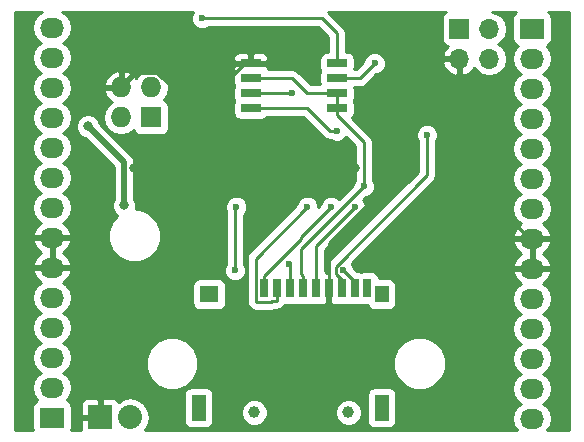
<source format=gbr>
G04 #@! TF.FileFunction,Copper,L2,Bot,Signal*
%FSLAX46Y46*%
G04 Gerber Fmt 4.6, Leading zero omitted, Abs format (unit mm)*
G04 Created by KiCad (PCBNEW 4.0.7+dfsg1-1) date Fri Mar  2 20:24:02 2018*
%MOMM*%
%LPD*%
G01*
G04 APERTURE LIST*
%ADD10C,0.100000*%
%ADD11R,2.032000X1.727200*%
%ADD12O,2.032000X1.727200*%
%ADD13R,0.700000X1.600000*%
%ADD14R,1.200000X1.400000*%
%ADD15R,1.600000X1.400000*%
%ADD16R,1.200000X2.200000*%
%ADD17C,1.000000*%
%ADD18R,2.032000X2.032000*%
%ADD19O,2.032000X2.032000*%
%ADD20R,1.727200X1.727200*%
%ADD21O,1.727200X1.727200*%
%ADD22R,1.700000X1.700000*%
%ADD23O,1.700000X1.700000*%
%ADD24R,1.700000X0.650000*%
%ADD25C,0.600000*%
%ADD26C,0.800000*%
%ADD27C,0.250000*%
%ADD28C,0.500000*%
%ADD29C,0.200000*%
%ADD30C,0.254000*%
G04 APERTURE END LIST*
D10*
D11*
X176530000Y-105000000D03*
D12*
X176530000Y-107540000D03*
X176530000Y-110080000D03*
X176530000Y-112620000D03*
X176530000Y-115160000D03*
X176530000Y-117700000D03*
X176530000Y-120240000D03*
X176530000Y-122780000D03*
X176530000Y-125320000D03*
X176530000Y-127860000D03*
X176530000Y-130400000D03*
X176530000Y-132940000D03*
X176530000Y-135480000D03*
X176530000Y-138020000D03*
D11*
X135890000Y-137940000D03*
D12*
X135890000Y-135400000D03*
X135890000Y-132860000D03*
X135890000Y-130320000D03*
X135890000Y-127780000D03*
X135890000Y-125240000D03*
X135890000Y-122700000D03*
X135890000Y-120160000D03*
X135890000Y-117620000D03*
X135890000Y-115080000D03*
X135890000Y-112540000D03*
X135890000Y-110000000D03*
X135890000Y-107460000D03*
X135890000Y-104920000D03*
D13*
X153800000Y-127000000D03*
X154900000Y-127000000D03*
X156000000Y-127000000D03*
X157100000Y-127000000D03*
X158200000Y-127000000D03*
X159300000Y-127000000D03*
X160400000Y-127000000D03*
X161500000Y-127000000D03*
X162600000Y-127000000D03*
D14*
X163800000Y-127500000D03*
D15*
X149200000Y-127500000D03*
D16*
X163800000Y-137100000D03*
X148300000Y-137100000D03*
D17*
X160980000Y-137500000D03*
X153000000Y-137500000D03*
D18*
X139954000Y-137922000D03*
D19*
X142494000Y-137922000D03*
D20*
X144272000Y-112522000D03*
D21*
X141732000Y-112522000D03*
X144272000Y-109982000D03*
X141732000Y-109982000D03*
D22*
X170370500Y-105029000D03*
D23*
X172910500Y-105029000D03*
X170370500Y-107569000D03*
X172910500Y-107569000D03*
D24*
X152720000Y-111760000D03*
X152720000Y-110490000D03*
X152720000Y-109220000D03*
X152720000Y-107950000D03*
X160020000Y-107950000D03*
X160020000Y-109220000D03*
X160020000Y-110490000D03*
X160020000Y-111760000D03*
D25*
X160528000Y-125476000D03*
X151501100Y-120100000D03*
X151384000Y-125476000D03*
X155956000Y-124968000D03*
X148590000Y-104140000D03*
X163195000Y-107950000D03*
X156210000Y-110490000D03*
X160020000Y-113665000D03*
X167640000Y-114000000D03*
X161501100Y-120100000D03*
X159501100Y-120100000D03*
X157501100Y-120100000D03*
D26*
X141986000Y-119979998D03*
X138938000Y-113284000D03*
D25*
X162305098Y-118364000D03*
D26*
X142836010Y-116840000D03*
D25*
X159512000Y-129286000D03*
X164501100Y-118000000D03*
D26*
X161544000Y-116840000D03*
D27*
X161500000Y-127000000D02*
X161500000Y-126448000D01*
X161500000Y-126448000D02*
X160528000Y-125476000D01*
X151384000Y-125476000D02*
X151384000Y-120217100D01*
X151384000Y-120217100D02*
X151501100Y-120100000D01*
X156000000Y-127000000D02*
X156000000Y-125012000D01*
X156000000Y-125012000D02*
X155956000Y-124968000D01*
X160020000Y-105410000D02*
X158750000Y-104140000D01*
X158750000Y-104140000D02*
X148590000Y-104140000D01*
X160020000Y-107950000D02*
X160020000Y-105410000D01*
X160020000Y-109220000D02*
X161925000Y-109220000D01*
X161925000Y-109220000D02*
X163195000Y-107950000D01*
X152720000Y-110490000D02*
X156210000Y-110490000D01*
X157480000Y-111760000D02*
X159385000Y-113665000D01*
X159385000Y-113665000D02*
X160020000Y-113665000D01*
X152720000Y-111760000D02*
X157480000Y-111760000D01*
X167640000Y-114424264D02*
X167640000Y-114000000D01*
X167640000Y-117438996D02*
X167640000Y-114424264D01*
X159902998Y-125175998D02*
X167640000Y-117438996D01*
X159902998Y-125776002D02*
X159902998Y-125175998D01*
X160400000Y-126273004D02*
X159902998Y-125776002D01*
X160400000Y-127000000D02*
X160400000Y-126273004D01*
X158200000Y-127000000D02*
X158200000Y-123401100D01*
X158200000Y-123401100D02*
X161501100Y-120100000D01*
X156931010Y-122818990D02*
X156931010Y-122670090D01*
X156931010Y-122670090D02*
X159501100Y-120100000D01*
X153800000Y-127000000D02*
X153800000Y-125950000D01*
X153800000Y-125950000D02*
X156931010Y-122818990D01*
X154900000Y-127000000D02*
X154900000Y-128050000D01*
X153124999Y-124476101D02*
X157501100Y-120100000D01*
X154900000Y-128050000D02*
X154889999Y-128060001D01*
X154889999Y-128060001D02*
X154475001Y-128060001D01*
X154475001Y-128060001D02*
X154410001Y-128125001D01*
X154410001Y-128125001D02*
X153189999Y-128125001D01*
X153189999Y-128125001D02*
X153124999Y-128060001D01*
X153124999Y-128060001D02*
X153124999Y-124476101D01*
X160020000Y-111760000D02*
X160020000Y-112335000D01*
X160020000Y-112335000D02*
X162305098Y-114620098D01*
X162305098Y-114620098D02*
X162305098Y-117939736D01*
X162305098Y-117939736D02*
X162305098Y-118364000D01*
X160020000Y-110490000D02*
X160020000Y-111760000D01*
X157480000Y-110490000D02*
X156210000Y-109220000D01*
X156210000Y-109220000D02*
X152720000Y-109220000D01*
X160020000Y-110490000D02*
X157480000Y-110490000D01*
D28*
X141986000Y-116332000D02*
X141986000Y-119979998D01*
X138938000Y-113284000D02*
X141986000Y-116332000D01*
D27*
X156972000Y-125822000D02*
X156972000Y-123697098D01*
X156972000Y-123697098D02*
X162305098Y-118364000D01*
X157100000Y-127000000D02*
X157100000Y-125950000D01*
X157100000Y-125950000D02*
X156972000Y-125822000D01*
X170370500Y-107569000D02*
X170370500Y-116772900D01*
X170370500Y-116772900D02*
X176377600Y-122780000D01*
X176377600Y-122780000D02*
X176530000Y-122780000D01*
D28*
X147066000Y-116840000D02*
X151130000Y-116840000D01*
X151130000Y-116840000D02*
X161544000Y-116840000D01*
D27*
X152720000Y-107950000D02*
X152195000Y-107950000D01*
X152195000Y-107950000D02*
X151130000Y-109015000D01*
X151130000Y-109015000D02*
X151130000Y-116840000D01*
D28*
X143401695Y-116840000D02*
X142836010Y-116840000D01*
X147066000Y-116840000D02*
X143401695Y-116840000D01*
X141732000Y-109982000D02*
X143045601Y-108668399D01*
X143045601Y-108668399D02*
X144902529Y-108668399D01*
X144902529Y-108668399D02*
X147066000Y-110831870D01*
X147066000Y-110831870D02*
X147066000Y-116840000D01*
D29*
X159258000Y-128042000D02*
X159258000Y-129032000D01*
X159258000Y-129032000D02*
X159512000Y-129286000D01*
X159300000Y-127000000D02*
X159300000Y-128000000D01*
X159300000Y-128000000D02*
X159258000Y-128042000D01*
D27*
X159300000Y-127000000D02*
X159300000Y-123201100D01*
X159300000Y-123201100D02*
X164501100Y-118000000D01*
D30*
G36*
X134645585Y-103860330D02*
X134320729Y-104346511D01*
X134206655Y-104920000D01*
X134320729Y-105493489D01*
X134645585Y-105979670D01*
X134960366Y-106190000D01*
X134645585Y-106400330D01*
X134320729Y-106886511D01*
X134206655Y-107460000D01*
X134320729Y-108033489D01*
X134645585Y-108519670D01*
X134960366Y-108730000D01*
X134645585Y-108940330D01*
X134320729Y-109426511D01*
X134206655Y-110000000D01*
X134320729Y-110573489D01*
X134645585Y-111059670D01*
X134960366Y-111270000D01*
X134645585Y-111480330D01*
X134320729Y-111966511D01*
X134206655Y-112540000D01*
X134320729Y-113113489D01*
X134645585Y-113599670D01*
X134960366Y-113810000D01*
X134645585Y-114020330D01*
X134320729Y-114506511D01*
X134206655Y-115080000D01*
X134320729Y-115653489D01*
X134645585Y-116139670D01*
X134960366Y-116350000D01*
X134645585Y-116560330D01*
X134320729Y-117046511D01*
X134206655Y-117620000D01*
X134320729Y-118193489D01*
X134645585Y-118679670D01*
X134960366Y-118890000D01*
X134645585Y-119100330D01*
X134320729Y-119586511D01*
X134206655Y-120160000D01*
X134320729Y-120733489D01*
X134645585Y-121219670D01*
X134955069Y-121426461D01*
X134539268Y-121797964D01*
X134285291Y-122325209D01*
X134282642Y-122340974D01*
X134403783Y-122573000D01*
X135763000Y-122573000D01*
X135763000Y-122553000D01*
X136017000Y-122553000D01*
X136017000Y-122573000D01*
X137376217Y-122573000D01*
X137497358Y-122340974D01*
X137494709Y-122325209D01*
X137240732Y-121797964D01*
X136824931Y-121426461D01*
X137134415Y-121219670D01*
X137459271Y-120733489D01*
X137573345Y-120160000D01*
X137459271Y-119586511D01*
X137134415Y-119100330D01*
X136819634Y-118890000D01*
X137134415Y-118679670D01*
X137459271Y-118193489D01*
X137573345Y-117620000D01*
X137459271Y-117046511D01*
X137134415Y-116560330D01*
X136819634Y-116350000D01*
X137134415Y-116139670D01*
X137459271Y-115653489D01*
X137573345Y-115080000D01*
X137459271Y-114506511D01*
X137134415Y-114020330D01*
X136819634Y-113810000D01*
X137134415Y-113599670D01*
X137208381Y-113488971D01*
X137902821Y-113488971D01*
X138060058Y-113869515D01*
X138350954Y-114160919D01*
X138714151Y-114311731D01*
X141101000Y-116698579D01*
X141101000Y-119412413D01*
X140951180Y-119773221D01*
X140950821Y-120184969D01*
X141108058Y-120565513D01*
X141398954Y-120856917D01*
X141408535Y-120860895D01*
X140981364Y-121287321D01*
X140640389Y-122108481D01*
X140639613Y-122997619D01*
X140979155Y-123819372D01*
X141607321Y-124448636D01*
X142428481Y-124789611D01*
X143317619Y-124790387D01*
X144139372Y-124450845D01*
X144768636Y-123822679D01*
X145109611Y-123001519D01*
X145110387Y-122112381D01*
X144770845Y-121290628D01*
X144142679Y-120661364D01*
X143321519Y-120320389D01*
X142965468Y-120320078D01*
X143020820Y-120186775D01*
X143021179Y-119775027D01*
X142871000Y-119411565D01*
X142871000Y-116332005D01*
X142871001Y-116332000D01*
X142803633Y-115993326D01*
X142803633Y-115993325D01*
X142611790Y-115706210D01*
X142611787Y-115706208D01*
X139965131Y-113059551D01*
X139815942Y-112698485D01*
X139639765Y-112522000D01*
X140204041Y-112522000D01*
X140318115Y-113095489D01*
X140642971Y-113581670D01*
X141129152Y-113906526D01*
X141702641Y-114020600D01*
X141761359Y-114020600D01*
X142334848Y-113906526D01*
X142800442Y-113595426D01*
X142805238Y-113620917D01*
X142944310Y-113837041D01*
X143156510Y-113982031D01*
X143408400Y-114033040D01*
X145135600Y-114033040D01*
X145370917Y-113988762D01*
X145587041Y-113849690D01*
X145732031Y-113637490D01*
X145783040Y-113385600D01*
X145783040Y-111658400D01*
X145738762Y-111423083D01*
X145599690Y-111206959D01*
X145387490Y-111061969D01*
X145343869Y-111053136D01*
X145361029Y-111041670D01*
X145685885Y-110555489D01*
X145799959Y-109982000D01*
X145685885Y-109408511D01*
X145361029Y-108922330D01*
X144874848Y-108597474D01*
X144301359Y-108483400D01*
X144242641Y-108483400D01*
X143669152Y-108597474D01*
X143182971Y-108922330D01*
X143002008Y-109193161D01*
X142620490Y-108775179D01*
X142091027Y-108527032D01*
X141859000Y-108647531D01*
X141859000Y-109855000D01*
X141879000Y-109855000D01*
X141879000Y-110109000D01*
X141859000Y-110109000D01*
X141859000Y-110129000D01*
X141605000Y-110129000D01*
X141605000Y-110109000D01*
X140398183Y-110109000D01*
X140277042Y-110341026D01*
X140449312Y-110756947D01*
X140843510Y-111188821D01*
X140966228Y-111246336D01*
X140642971Y-111462330D01*
X140318115Y-111948511D01*
X140204041Y-112522000D01*
X139639765Y-112522000D01*
X139525046Y-112407081D01*
X139144777Y-112249180D01*
X138733029Y-112248821D01*
X138352485Y-112406058D01*
X138061081Y-112696954D01*
X137903180Y-113077223D01*
X137902821Y-113488971D01*
X137208381Y-113488971D01*
X137459271Y-113113489D01*
X137573345Y-112540000D01*
X137459271Y-111966511D01*
X137134415Y-111480330D01*
X136819634Y-111270000D01*
X137134415Y-111059670D01*
X137459271Y-110573489D01*
X137573345Y-110000000D01*
X137498350Y-109622974D01*
X140277042Y-109622974D01*
X140398183Y-109855000D01*
X141605000Y-109855000D01*
X141605000Y-108647531D01*
X141372973Y-108527032D01*
X140843510Y-108775179D01*
X140449312Y-109207053D01*
X140277042Y-109622974D01*
X137498350Y-109622974D01*
X137459271Y-109426511D01*
X137134415Y-108940330D01*
X136819634Y-108730000D01*
X137134415Y-108519670D01*
X137459271Y-108033489D01*
X137565649Y-107498690D01*
X151235000Y-107498690D01*
X151235000Y-107664250D01*
X151393750Y-107823000D01*
X152593000Y-107823000D01*
X152593000Y-107148750D01*
X152847000Y-107148750D01*
X152847000Y-107823000D01*
X154046250Y-107823000D01*
X154205000Y-107664250D01*
X154205000Y-107498690D01*
X154108327Y-107265301D01*
X153929698Y-107086673D01*
X153696309Y-106990000D01*
X153005750Y-106990000D01*
X152847000Y-107148750D01*
X152593000Y-107148750D01*
X152434250Y-106990000D01*
X151743691Y-106990000D01*
X151510302Y-107086673D01*
X151331673Y-107265301D01*
X151235000Y-107498690D01*
X137565649Y-107498690D01*
X137573345Y-107460000D01*
X137459271Y-106886511D01*
X137134415Y-106400330D01*
X136819634Y-106190000D01*
X137134415Y-105979670D01*
X137459271Y-105493489D01*
X137573345Y-104920000D01*
X137459271Y-104346511D01*
X137134415Y-103860330D01*
X136714872Y-103580000D01*
X147827533Y-103580000D01*
X147797808Y-103609673D01*
X147655162Y-103953201D01*
X147654838Y-104325167D01*
X147796883Y-104668943D01*
X148059673Y-104932192D01*
X148403201Y-105074838D01*
X148775167Y-105075162D01*
X149118943Y-104933117D01*
X149152118Y-104900000D01*
X158435198Y-104900000D01*
X159260000Y-105724802D01*
X159260000Y-106977560D01*
X159170000Y-106977560D01*
X158934683Y-107021838D01*
X158718559Y-107160910D01*
X158573569Y-107373110D01*
X158522560Y-107625000D01*
X158522560Y-108275000D01*
X158566838Y-108510317D01*
X158614109Y-108583778D01*
X158573569Y-108643110D01*
X158522560Y-108895000D01*
X158522560Y-109545000D01*
X158557370Y-109730000D01*
X157794802Y-109730000D01*
X156747401Y-108682599D01*
X156500839Y-108517852D01*
X156210000Y-108460000D01*
X154180690Y-108460000D01*
X154205000Y-108401310D01*
X154205000Y-108235750D01*
X154046250Y-108077000D01*
X152847000Y-108077000D01*
X152847000Y-108097000D01*
X152593000Y-108097000D01*
X152593000Y-108077000D01*
X151393750Y-108077000D01*
X151235000Y-108235750D01*
X151235000Y-108401310D01*
X151311912Y-108586993D01*
X151273569Y-108643110D01*
X151222560Y-108895000D01*
X151222560Y-109545000D01*
X151266838Y-109780317D01*
X151314109Y-109853778D01*
X151273569Y-109913110D01*
X151222560Y-110165000D01*
X151222560Y-110815000D01*
X151266838Y-111050317D01*
X151314109Y-111123778D01*
X151273569Y-111183110D01*
X151222560Y-111435000D01*
X151222560Y-112085000D01*
X151266838Y-112320317D01*
X151405910Y-112536441D01*
X151618110Y-112681431D01*
X151870000Y-112732440D01*
X153570000Y-112732440D01*
X153805317Y-112688162D01*
X154021441Y-112549090D01*
X154041317Y-112520000D01*
X157165198Y-112520000D01*
X158847599Y-114202401D01*
X159094161Y-114367148D01*
X159385000Y-114425000D01*
X159457537Y-114425000D01*
X159489673Y-114457192D01*
X159833201Y-114599838D01*
X160205167Y-114600162D01*
X160548943Y-114458117D01*
X160808856Y-114198658D01*
X161545098Y-114934900D01*
X161545098Y-117801537D01*
X161512906Y-117833673D01*
X161370260Y-118177201D01*
X161370219Y-118224077D01*
X160158846Y-119435450D01*
X160031427Y-119307808D01*
X159687899Y-119165162D01*
X159315933Y-119164838D01*
X158972157Y-119306883D01*
X158708908Y-119569673D01*
X158566262Y-119913201D01*
X158566221Y-119960077D01*
X158436109Y-120090189D01*
X158436262Y-119914833D01*
X158294217Y-119571057D01*
X158031427Y-119307808D01*
X157687899Y-119165162D01*
X157315933Y-119164838D01*
X156972157Y-119306883D01*
X156708908Y-119569673D01*
X156566262Y-119913201D01*
X156566221Y-119960077D01*
X152587598Y-123938700D01*
X152422851Y-124185262D01*
X152364999Y-124476101D01*
X152364999Y-128060001D01*
X152422851Y-128350840D01*
X152587598Y-128597402D01*
X152652598Y-128662402D01*
X152899160Y-128827149D01*
X153189999Y-128885001D01*
X154410001Y-128885001D01*
X154700840Y-128827149D01*
X154711538Y-128820001D01*
X154889999Y-128820001D01*
X155180838Y-128762149D01*
X155427400Y-128597402D01*
X155437401Y-128587401D01*
X155545112Y-128426200D01*
X155650000Y-128447440D01*
X156350000Y-128447440D01*
X156557342Y-128408426D01*
X156750000Y-128447440D01*
X157450000Y-128447440D01*
X157657342Y-128408426D01*
X157850000Y-128447440D01*
X158550000Y-128447440D01*
X158758850Y-128408142D01*
X158823691Y-128435000D01*
X159014250Y-128435000D01*
X159173000Y-128276250D01*
X159173000Y-127920688D01*
X159197440Y-127800000D01*
X159197440Y-126853000D01*
X159402560Y-126853000D01*
X159402560Y-127800000D01*
X159427000Y-127929887D01*
X159427000Y-128276250D01*
X159585750Y-128435000D01*
X159776309Y-128435000D01*
X159846007Y-128406130D01*
X160050000Y-128447440D01*
X160750000Y-128447440D01*
X160957342Y-128408426D01*
X161150000Y-128447440D01*
X161850000Y-128447440D01*
X162057342Y-128408426D01*
X162250000Y-128447440D01*
X162604639Y-128447440D01*
X162735910Y-128651441D01*
X162948110Y-128796431D01*
X163200000Y-128847440D01*
X164400000Y-128847440D01*
X164635317Y-128803162D01*
X164851441Y-128664090D01*
X164996431Y-128451890D01*
X165047440Y-128200000D01*
X165047440Y-126800000D01*
X165003162Y-126564683D01*
X164864090Y-126348559D01*
X164651890Y-126203569D01*
X164400000Y-126152560D01*
X163588514Y-126152560D01*
X163553162Y-125964683D01*
X163414090Y-125748559D01*
X163201890Y-125603569D01*
X162950000Y-125552560D01*
X162250000Y-125552560D01*
X162042658Y-125591574D01*
X161850000Y-125552560D01*
X161679362Y-125552560D01*
X161463122Y-125336320D01*
X161463162Y-125290833D01*
X161321117Y-124947057D01*
X161263979Y-124889819D01*
X163014772Y-123139026D01*
X174922642Y-123139026D01*
X174925291Y-123154791D01*
X175179268Y-123682036D01*
X175591108Y-124050000D01*
X175179268Y-124417964D01*
X174925291Y-124945209D01*
X174922642Y-124960974D01*
X175043783Y-125193000D01*
X176403000Y-125193000D01*
X176403000Y-122907000D01*
X176657000Y-122907000D01*
X176657000Y-125193000D01*
X178016217Y-125193000D01*
X178137358Y-124960974D01*
X178134709Y-124945209D01*
X177880732Y-124417964D01*
X177468892Y-124050000D01*
X177880732Y-123682036D01*
X178134709Y-123154791D01*
X178137358Y-123139026D01*
X178016217Y-122907000D01*
X176657000Y-122907000D01*
X176403000Y-122907000D01*
X175043783Y-122907000D01*
X174922642Y-123139026D01*
X163014772Y-123139026D01*
X168177401Y-117976397D01*
X168342148Y-117729835D01*
X168400000Y-117438996D01*
X168400000Y-114562463D01*
X168432192Y-114530327D01*
X168574838Y-114186799D01*
X168575162Y-113814833D01*
X168433117Y-113471057D01*
X168170327Y-113207808D01*
X167826799Y-113065162D01*
X167454833Y-113064838D01*
X167111057Y-113206883D01*
X166847808Y-113469673D01*
X166705162Y-113813201D01*
X166704838Y-114185167D01*
X166846883Y-114528943D01*
X166880000Y-114562118D01*
X166880000Y-117124194D01*
X159365597Y-124638597D01*
X159200850Y-124885159D01*
X159142998Y-125175998D01*
X159142998Y-125693748D01*
X159014250Y-125565000D01*
X158960000Y-125565000D01*
X158960000Y-123715902D01*
X161640780Y-121035122D01*
X161686267Y-121035162D01*
X162030043Y-120893117D01*
X162293292Y-120630327D01*
X162435938Y-120286799D01*
X162436262Y-119914833D01*
X162294217Y-119571057D01*
X162233583Y-119510317D01*
X162444778Y-119299122D01*
X162490265Y-119299162D01*
X162834041Y-119157117D01*
X163097290Y-118894327D01*
X163239936Y-118550799D01*
X163240260Y-118178833D01*
X163098215Y-117835057D01*
X163065098Y-117801882D01*
X163065098Y-114620098D01*
X163007246Y-114329259D01*
X162842499Y-114082697D01*
X161313805Y-112554003D01*
X161321441Y-112549090D01*
X161466431Y-112336890D01*
X161517440Y-112085000D01*
X161517440Y-111435000D01*
X161473162Y-111199683D01*
X161425891Y-111126222D01*
X161466431Y-111066890D01*
X161517440Y-110815000D01*
X161517440Y-110165000D01*
X161482630Y-109980000D01*
X161925000Y-109980000D01*
X162215839Y-109922148D01*
X162462401Y-109757401D01*
X163334680Y-108885122D01*
X163380167Y-108885162D01*
X163723943Y-108743117D01*
X163987192Y-108480327D01*
X164129838Y-108136799D01*
X164130021Y-107925890D01*
X168929024Y-107925890D01*
X169098855Y-108335924D01*
X169489142Y-108764183D01*
X170013608Y-109010486D01*
X170243500Y-108889819D01*
X170243500Y-107696000D01*
X169050345Y-107696000D01*
X168929024Y-107925890D01*
X164130021Y-107925890D01*
X164130162Y-107764833D01*
X163988117Y-107421057D01*
X163725327Y-107157808D01*
X163381799Y-107015162D01*
X163009833Y-107014838D01*
X162666057Y-107156883D01*
X162402808Y-107419673D01*
X162260162Y-107763201D01*
X162260121Y-107810077D01*
X161610198Y-108460000D01*
X161479977Y-108460000D01*
X161517440Y-108275000D01*
X161517440Y-107625000D01*
X161473162Y-107389683D01*
X161334090Y-107173559D01*
X161121890Y-107028569D01*
X160870000Y-106977560D01*
X160780000Y-106977560D01*
X160780000Y-105410000D01*
X160722148Y-105119161D01*
X160722148Y-105119160D01*
X160557401Y-104872599D01*
X159287401Y-103602599D01*
X159253579Y-103580000D01*
X169278715Y-103580000D01*
X169069059Y-103714910D01*
X168924069Y-103927110D01*
X168873060Y-104179000D01*
X168873060Y-105879000D01*
X168917338Y-106114317D01*
X169056410Y-106330441D01*
X169268610Y-106475431D01*
X169376607Y-106497301D01*
X169098855Y-106802076D01*
X168929024Y-107212110D01*
X169050345Y-107442000D01*
X170243500Y-107442000D01*
X170243500Y-107422000D01*
X170497500Y-107422000D01*
X170497500Y-107442000D01*
X170517500Y-107442000D01*
X170517500Y-107696000D01*
X170497500Y-107696000D01*
X170497500Y-108889819D01*
X170727392Y-109010486D01*
X171251858Y-108764183D01*
X171642145Y-108335924D01*
X171642155Y-108335899D01*
X171831353Y-108619054D01*
X172313122Y-108940961D01*
X172881407Y-109054000D01*
X172939593Y-109054000D01*
X173507878Y-108940961D01*
X173989647Y-108619054D01*
X174311554Y-108137285D01*
X174424593Y-107569000D01*
X174311554Y-107000715D01*
X173989647Y-106518946D01*
X173660474Y-106299000D01*
X173989647Y-106079054D01*
X174311554Y-105597285D01*
X174424593Y-105029000D01*
X174311554Y-104460715D01*
X173989647Y-103978946D01*
X173507878Y-103657039D01*
X173120577Y-103580000D01*
X175206013Y-103580000D01*
X175062559Y-103672310D01*
X174917569Y-103884510D01*
X174866560Y-104136400D01*
X174866560Y-105863600D01*
X174910838Y-106098917D01*
X175049910Y-106315041D01*
X175262110Y-106460031D01*
X175303439Y-106468400D01*
X175285585Y-106480330D01*
X174960729Y-106966511D01*
X174846655Y-107540000D01*
X174960729Y-108113489D01*
X175285585Y-108599670D01*
X175600366Y-108810000D01*
X175285585Y-109020330D01*
X174960729Y-109506511D01*
X174846655Y-110080000D01*
X174960729Y-110653489D01*
X175285585Y-111139670D01*
X175600366Y-111350000D01*
X175285585Y-111560330D01*
X174960729Y-112046511D01*
X174846655Y-112620000D01*
X174960729Y-113193489D01*
X175285585Y-113679670D01*
X175600366Y-113890000D01*
X175285585Y-114100330D01*
X174960729Y-114586511D01*
X174846655Y-115160000D01*
X174960729Y-115733489D01*
X175285585Y-116219670D01*
X175600366Y-116430000D01*
X175285585Y-116640330D01*
X174960729Y-117126511D01*
X174846655Y-117700000D01*
X174960729Y-118273489D01*
X175285585Y-118759670D01*
X175600366Y-118970000D01*
X175285585Y-119180330D01*
X174960729Y-119666511D01*
X174846655Y-120240000D01*
X174960729Y-120813489D01*
X175285585Y-121299670D01*
X175595069Y-121506461D01*
X175179268Y-121877964D01*
X174925291Y-122405209D01*
X174922642Y-122420974D01*
X175043783Y-122653000D01*
X176403000Y-122653000D01*
X176403000Y-122633000D01*
X176657000Y-122633000D01*
X176657000Y-122653000D01*
X178016217Y-122653000D01*
X178137358Y-122420974D01*
X178134709Y-122405209D01*
X177880732Y-121877964D01*
X177464931Y-121506461D01*
X177774415Y-121299670D01*
X178099271Y-120813489D01*
X178213345Y-120240000D01*
X178099271Y-119666511D01*
X177774415Y-119180330D01*
X177459634Y-118970000D01*
X177774415Y-118759670D01*
X178099271Y-118273489D01*
X178213345Y-117700000D01*
X178099271Y-117126511D01*
X177774415Y-116640330D01*
X177459634Y-116430000D01*
X177774415Y-116219670D01*
X178099271Y-115733489D01*
X178213345Y-115160000D01*
X178099271Y-114586511D01*
X177774415Y-114100330D01*
X177459634Y-113890000D01*
X177774415Y-113679670D01*
X178099271Y-113193489D01*
X178213345Y-112620000D01*
X178099271Y-112046511D01*
X177774415Y-111560330D01*
X177459634Y-111350000D01*
X177774415Y-111139670D01*
X178099271Y-110653489D01*
X178213345Y-110080000D01*
X178099271Y-109506511D01*
X177774415Y-109020330D01*
X177459634Y-108810000D01*
X177774415Y-108599670D01*
X178099271Y-108113489D01*
X178213345Y-107540000D01*
X178099271Y-106966511D01*
X177774415Y-106480330D01*
X177760087Y-106470757D01*
X177781317Y-106466762D01*
X177997441Y-106327690D01*
X178142431Y-106115490D01*
X178193440Y-105863600D01*
X178193440Y-104136400D01*
X178149162Y-103901083D01*
X178010090Y-103684959D01*
X177856477Y-103580000D01*
X179630000Y-103580000D01*
X179630000Y-138990000D01*
X177834331Y-138990000D01*
X178099271Y-138593489D01*
X178213345Y-138020000D01*
X178099271Y-137446511D01*
X177774415Y-136960330D01*
X177459634Y-136750000D01*
X177774415Y-136539670D01*
X178099271Y-136053489D01*
X178213345Y-135480000D01*
X178099271Y-134906511D01*
X177774415Y-134420330D01*
X177459634Y-134210000D01*
X177774415Y-133999670D01*
X178099271Y-133513489D01*
X178213345Y-132940000D01*
X178099271Y-132366511D01*
X177774415Y-131880330D01*
X177459634Y-131670000D01*
X177774415Y-131459670D01*
X178099271Y-130973489D01*
X178213345Y-130400000D01*
X178099271Y-129826511D01*
X177774415Y-129340330D01*
X177459634Y-129130000D01*
X177774415Y-128919670D01*
X178099271Y-128433489D01*
X178213345Y-127860000D01*
X178099271Y-127286511D01*
X177774415Y-126800330D01*
X177464931Y-126593539D01*
X177880732Y-126222036D01*
X178134709Y-125694791D01*
X178137358Y-125679026D01*
X178016217Y-125447000D01*
X176657000Y-125447000D01*
X176657000Y-125467000D01*
X176403000Y-125467000D01*
X176403000Y-125447000D01*
X175043783Y-125447000D01*
X174922642Y-125679026D01*
X174925291Y-125694791D01*
X175179268Y-126222036D01*
X175595069Y-126593539D01*
X175285585Y-126800330D01*
X174960729Y-127286511D01*
X174846655Y-127860000D01*
X174960729Y-128433489D01*
X175285585Y-128919670D01*
X175600366Y-129130000D01*
X175285585Y-129340330D01*
X174960729Y-129826511D01*
X174846655Y-130400000D01*
X174960729Y-130973489D01*
X175285585Y-131459670D01*
X175600366Y-131670000D01*
X175285585Y-131880330D01*
X174960729Y-132366511D01*
X174846655Y-132940000D01*
X174960729Y-133513489D01*
X175285585Y-133999670D01*
X175600366Y-134210000D01*
X175285585Y-134420330D01*
X174960729Y-134906511D01*
X174846655Y-135480000D01*
X174960729Y-136053489D01*
X175285585Y-136539670D01*
X175600366Y-136750000D01*
X175285585Y-136960330D01*
X174960729Y-137446511D01*
X174846655Y-138020000D01*
X174960729Y-138593489D01*
X175225669Y-138990000D01*
X143749484Y-138990000D01*
X144019325Y-138586155D01*
X144145000Y-137954345D01*
X144145000Y-137889655D01*
X144019325Y-137257845D01*
X143661433Y-136722222D01*
X143125810Y-136364330D01*
X142494000Y-136238655D01*
X141862190Y-136364330D01*
X141525999Y-136588966D01*
X141508327Y-136546302D01*
X141329699Y-136367673D01*
X141096310Y-136271000D01*
X140239750Y-136271000D01*
X140081000Y-136429750D01*
X140081000Y-137795000D01*
X140101000Y-137795000D01*
X140101000Y-138049000D01*
X140081000Y-138049000D01*
X140081000Y-138069000D01*
X139827000Y-138069000D01*
X139827000Y-138049000D01*
X138461750Y-138049000D01*
X138303000Y-138207750D01*
X138303000Y-138990000D01*
X137515693Y-138990000D01*
X137553440Y-138803600D01*
X137553440Y-137076400D01*
X137509162Y-136841083D01*
X137469658Y-136779691D01*
X138303000Y-136779691D01*
X138303000Y-137636250D01*
X138461750Y-137795000D01*
X139827000Y-137795000D01*
X139827000Y-136429750D01*
X139668250Y-136271000D01*
X138811690Y-136271000D01*
X138578301Y-136367673D01*
X138399673Y-136546302D01*
X138303000Y-136779691D01*
X137469658Y-136779691D01*
X137370090Y-136624959D01*
X137157890Y-136479969D01*
X137116561Y-136471600D01*
X137134415Y-136459670D01*
X137441556Y-136000000D01*
X147052560Y-136000000D01*
X147052560Y-138200000D01*
X147096838Y-138435317D01*
X147235910Y-138651441D01*
X147448110Y-138796431D01*
X147700000Y-138847440D01*
X148900000Y-138847440D01*
X149135317Y-138803162D01*
X149351441Y-138664090D01*
X149496431Y-138451890D01*
X149547440Y-138200000D01*
X149547440Y-137724775D01*
X151864803Y-137724775D01*
X152037233Y-138142086D01*
X152356235Y-138461645D01*
X152773244Y-138634803D01*
X153224775Y-138635197D01*
X153642086Y-138462767D01*
X153961645Y-138143765D01*
X154134803Y-137726756D01*
X154134804Y-137724775D01*
X159844803Y-137724775D01*
X160017233Y-138142086D01*
X160336235Y-138461645D01*
X160753244Y-138634803D01*
X161204775Y-138635197D01*
X161622086Y-138462767D01*
X161941645Y-138143765D01*
X162114803Y-137726756D01*
X162115197Y-137275225D01*
X161942767Y-136857914D01*
X161623765Y-136538355D01*
X161206756Y-136365197D01*
X160755225Y-136364803D01*
X160337914Y-136537233D01*
X160018355Y-136856235D01*
X159845197Y-137273244D01*
X159844803Y-137724775D01*
X154134804Y-137724775D01*
X154135197Y-137275225D01*
X153962767Y-136857914D01*
X153643765Y-136538355D01*
X153226756Y-136365197D01*
X152775225Y-136364803D01*
X152357914Y-136537233D01*
X152038355Y-136856235D01*
X151865197Y-137273244D01*
X151864803Y-137724775D01*
X149547440Y-137724775D01*
X149547440Y-136000000D01*
X162552560Y-136000000D01*
X162552560Y-138200000D01*
X162596838Y-138435317D01*
X162735910Y-138651441D01*
X162948110Y-138796431D01*
X163200000Y-138847440D01*
X164400000Y-138847440D01*
X164635317Y-138803162D01*
X164851441Y-138664090D01*
X164996431Y-138451890D01*
X165047440Y-138200000D01*
X165047440Y-136000000D01*
X165003162Y-135764683D01*
X164864090Y-135548559D01*
X164651890Y-135403569D01*
X164400000Y-135352560D01*
X163200000Y-135352560D01*
X162964683Y-135396838D01*
X162748559Y-135535910D01*
X162603569Y-135748110D01*
X162552560Y-136000000D01*
X149547440Y-136000000D01*
X149503162Y-135764683D01*
X149364090Y-135548559D01*
X149151890Y-135403569D01*
X148900000Y-135352560D01*
X147700000Y-135352560D01*
X147464683Y-135396838D01*
X147248559Y-135535910D01*
X147103569Y-135748110D01*
X147052560Y-136000000D01*
X137441556Y-136000000D01*
X137459271Y-135973489D01*
X137573345Y-135400000D01*
X137459271Y-134826511D01*
X137134415Y-134340330D01*
X136819634Y-134130000D01*
X137134415Y-133919670D01*
X137219307Y-133792619D01*
X143814613Y-133792619D01*
X144154155Y-134614372D01*
X144782321Y-135243636D01*
X145603481Y-135584611D01*
X146492619Y-135585387D01*
X147314372Y-135245845D01*
X147943636Y-134617679D01*
X148284611Y-133796519D01*
X148284614Y-133792619D01*
X164769613Y-133792619D01*
X165109155Y-134614372D01*
X165737321Y-135243636D01*
X166558481Y-135584611D01*
X167447619Y-135585387D01*
X168269372Y-135245845D01*
X168898636Y-134617679D01*
X169239611Y-133796519D01*
X169240387Y-132907381D01*
X168900845Y-132085628D01*
X168272679Y-131456364D01*
X167451519Y-131115389D01*
X166562381Y-131114613D01*
X165740628Y-131454155D01*
X165111364Y-132082321D01*
X164770389Y-132903481D01*
X164769613Y-133792619D01*
X148284614Y-133792619D01*
X148285387Y-132907381D01*
X147945845Y-132085628D01*
X147317679Y-131456364D01*
X146496519Y-131115389D01*
X145607381Y-131114613D01*
X144785628Y-131454155D01*
X144156364Y-132082321D01*
X143815389Y-132903481D01*
X143814613Y-133792619D01*
X137219307Y-133792619D01*
X137459271Y-133433489D01*
X137573345Y-132860000D01*
X137459271Y-132286511D01*
X137134415Y-131800330D01*
X136819634Y-131590000D01*
X137134415Y-131379670D01*
X137459271Y-130893489D01*
X137573345Y-130320000D01*
X137459271Y-129746511D01*
X137134415Y-129260330D01*
X136819634Y-129050000D01*
X137134415Y-128839670D01*
X137459271Y-128353489D01*
X137573345Y-127780000D01*
X137459271Y-127206511D01*
X137187649Y-126800000D01*
X147752560Y-126800000D01*
X147752560Y-128200000D01*
X147796838Y-128435317D01*
X147935910Y-128651441D01*
X148148110Y-128796431D01*
X148400000Y-128847440D01*
X150000000Y-128847440D01*
X150235317Y-128803162D01*
X150451441Y-128664090D01*
X150596431Y-128451890D01*
X150647440Y-128200000D01*
X150647440Y-126800000D01*
X150603162Y-126564683D01*
X150464090Y-126348559D01*
X150251890Y-126203569D01*
X150000000Y-126152560D01*
X148400000Y-126152560D01*
X148164683Y-126196838D01*
X147948559Y-126335910D01*
X147803569Y-126548110D01*
X147752560Y-126800000D01*
X137187649Y-126800000D01*
X137134415Y-126720330D01*
X136824931Y-126513539D01*
X137240732Y-126142036D01*
X137472369Y-125661167D01*
X150448838Y-125661167D01*
X150590883Y-126004943D01*
X150853673Y-126268192D01*
X151197201Y-126410838D01*
X151569167Y-126411162D01*
X151912943Y-126269117D01*
X152176192Y-126006327D01*
X152318838Y-125662799D01*
X152319162Y-125290833D01*
X152177117Y-124947057D01*
X152144000Y-124913882D01*
X152144000Y-120779359D01*
X152293292Y-120630327D01*
X152435938Y-120286799D01*
X152436262Y-119914833D01*
X152294217Y-119571057D01*
X152031427Y-119307808D01*
X151687899Y-119165162D01*
X151315933Y-119164838D01*
X150972157Y-119306883D01*
X150708908Y-119569673D01*
X150566262Y-119913201D01*
X150565938Y-120285167D01*
X150624000Y-120425688D01*
X150624000Y-124913537D01*
X150591808Y-124945673D01*
X150449162Y-125289201D01*
X150448838Y-125661167D01*
X137472369Y-125661167D01*
X137494709Y-125614791D01*
X137497358Y-125599026D01*
X137376217Y-125367000D01*
X136017000Y-125367000D01*
X136017000Y-125387000D01*
X135763000Y-125387000D01*
X135763000Y-125367000D01*
X134403783Y-125367000D01*
X134282642Y-125599026D01*
X134285291Y-125614791D01*
X134539268Y-126142036D01*
X134955069Y-126513539D01*
X134645585Y-126720330D01*
X134320729Y-127206511D01*
X134206655Y-127780000D01*
X134320729Y-128353489D01*
X134645585Y-128839670D01*
X134960366Y-129050000D01*
X134645585Y-129260330D01*
X134320729Y-129746511D01*
X134206655Y-130320000D01*
X134320729Y-130893489D01*
X134645585Y-131379670D01*
X134960366Y-131590000D01*
X134645585Y-131800330D01*
X134320729Y-132286511D01*
X134206655Y-132860000D01*
X134320729Y-133433489D01*
X134645585Y-133919670D01*
X134960366Y-134130000D01*
X134645585Y-134340330D01*
X134320729Y-134826511D01*
X134206655Y-135400000D01*
X134320729Y-135973489D01*
X134645585Y-136459670D01*
X134659913Y-136469243D01*
X134638683Y-136473238D01*
X134422559Y-136612310D01*
X134277569Y-136824510D01*
X134226560Y-137076400D01*
X134226560Y-138803600D01*
X134261634Y-138990000D01*
X132790000Y-138990000D01*
X132790000Y-123059026D01*
X134282642Y-123059026D01*
X134285291Y-123074791D01*
X134539268Y-123602036D01*
X134951108Y-123970000D01*
X134539268Y-124337964D01*
X134285291Y-124865209D01*
X134282642Y-124880974D01*
X134403783Y-125113000D01*
X135763000Y-125113000D01*
X135763000Y-122827000D01*
X136017000Y-122827000D01*
X136017000Y-125113000D01*
X137376217Y-125113000D01*
X137497358Y-124880974D01*
X137494709Y-124865209D01*
X137240732Y-124337964D01*
X136828892Y-123970000D01*
X137240732Y-123602036D01*
X137494709Y-123074791D01*
X137497358Y-123059026D01*
X137376217Y-122827000D01*
X136017000Y-122827000D01*
X135763000Y-122827000D01*
X134403783Y-122827000D01*
X134282642Y-123059026D01*
X132790000Y-123059026D01*
X132790000Y-103580000D01*
X135065128Y-103580000D01*
X134645585Y-103860330D01*
X134645585Y-103860330D01*
G37*
X134645585Y-103860330D02*
X134320729Y-104346511D01*
X134206655Y-104920000D01*
X134320729Y-105493489D01*
X134645585Y-105979670D01*
X134960366Y-106190000D01*
X134645585Y-106400330D01*
X134320729Y-106886511D01*
X134206655Y-107460000D01*
X134320729Y-108033489D01*
X134645585Y-108519670D01*
X134960366Y-108730000D01*
X134645585Y-108940330D01*
X134320729Y-109426511D01*
X134206655Y-110000000D01*
X134320729Y-110573489D01*
X134645585Y-111059670D01*
X134960366Y-111270000D01*
X134645585Y-111480330D01*
X134320729Y-111966511D01*
X134206655Y-112540000D01*
X134320729Y-113113489D01*
X134645585Y-113599670D01*
X134960366Y-113810000D01*
X134645585Y-114020330D01*
X134320729Y-114506511D01*
X134206655Y-115080000D01*
X134320729Y-115653489D01*
X134645585Y-116139670D01*
X134960366Y-116350000D01*
X134645585Y-116560330D01*
X134320729Y-117046511D01*
X134206655Y-117620000D01*
X134320729Y-118193489D01*
X134645585Y-118679670D01*
X134960366Y-118890000D01*
X134645585Y-119100330D01*
X134320729Y-119586511D01*
X134206655Y-120160000D01*
X134320729Y-120733489D01*
X134645585Y-121219670D01*
X134955069Y-121426461D01*
X134539268Y-121797964D01*
X134285291Y-122325209D01*
X134282642Y-122340974D01*
X134403783Y-122573000D01*
X135763000Y-122573000D01*
X135763000Y-122553000D01*
X136017000Y-122553000D01*
X136017000Y-122573000D01*
X137376217Y-122573000D01*
X137497358Y-122340974D01*
X137494709Y-122325209D01*
X137240732Y-121797964D01*
X136824931Y-121426461D01*
X137134415Y-121219670D01*
X137459271Y-120733489D01*
X137573345Y-120160000D01*
X137459271Y-119586511D01*
X137134415Y-119100330D01*
X136819634Y-118890000D01*
X137134415Y-118679670D01*
X137459271Y-118193489D01*
X137573345Y-117620000D01*
X137459271Y-117046511D01*
X137134415Y-116560330D01*
X136819634Y-116350000D01*
X137134415Y-116139670D01*
X137459271Y-115653489D01*
X137573345Y-115080000D01*
X137459271Y-114506511D01*
X137134415Y-114020330D01*
X136819634Y-113810000D01*
X137134415Y-113599670D01*
X137208381Y-113488971D01*
X137902821Y-113488971D01*
X138060058Y-113869515D01*
X138350954Y-114160919D01*
X138714151Y-114311731D01*
X141101000Y-116698579D01*
X141101000Y-119412413D01*
X140951180Y-119773221D01*
X140950821Y-120184969D01*
X141108058Y-120565513D01*
X141398954Y-120856917D01*
X141408535Y-120860895D01*
X140981364Y-121287321D01*
X140640389Y-122108481D01*
X140639613Y-122997619D01*
X140979155Y-123819372D01*
X141607321Y-124448636D01*
X142428481Y-124789611D01*
X143317619Y-124790387D01*
X144139372Y-124450845D01*
X144768636Y-123822679D01*
X145109611Y-123001519D01*
X145110387Y-122112381D01*
X144770845Y-121290628D01*
X144142679Y-120661364D01*
X143321519Y-120320389D01*
X142965468Y-120320078D01*
X143020820Y-120186775D01*
X143021179Y-119775027D01*
X142871000Y-119411565D01*
X142871000Y-116332005D01*
X142871001Y-116332000D01*
X142803633Y-115993326D01*
X142803633Y-115993325D01*
X142611790Y-115706210D01*
X142611787Y-115706208D01*
X139965131Y-113059551D01*
X139815942Y-112698485D01*
X139639765Y-112522000D01*
X140204041Y-112522000D01*
X140318115Y-113095489D01*
X140642971Y-113581670D01*
X141129152Y-113906526D01*
X141702641Y-114020600D01*
X141761359Y-114020600D01*
X142334848Y-113906526D01*
X142800442Y-113595426D01*
X142805238Y-113620917D01*
X142944310Y-113837041D01*
X143156510Y-113982031D01*
X143408400Y-114033040D01*
X145135600Y-114033040D01*
X145370917Y-113988762D01*
X145587041Y-113849690D01*
X145732031Y-113637490D01*
X145783040Y-113385600D01*
X145783040Y-111658400D01*
X145738762Y-111423083D01*
X145599690Y-111206959D01*
X145387490Y-111061969D01*
X145343869Y-111053136D01*
X145361029Y-111041670D01*
X145685885Y-110555489D01*
X145799959Y-109982000D01*
X145685885Y-109408511D01*
X145361029Y-108922330D01*
X144874848Y-108597474D01*
X144301359Y-108483400D01*
X144242641Y-108483400D01*
X143669152Y-108597474D01*
X143182971Y-108922330D01*
X143002008Y-109193161D01*
X142620490Y-108775179D01*
X142091027Y-108527032D01*
X141859000Y-108647531D01*
X141859000Y-109855000D01*
X141879000Y-109855000D01*
X141879000Y-110109000D01*
X141859000Y-110109000D01*
X141859000Y-110129000D01*
X141605000Y-110129000D01*
X141605000Y-110109000D01*
X140398183Y-110109000D01*
X140277042Y-110341026D01*
X140449312Y-110756947D01*
X140843510Y-111188821D01*
X140966228Y-111246336D01*
X140642971Y-111462330D01*
X140318115Y-111948511D01*
X140204041Y-112522000D01*
X139639765Y-112522000D01*
X139525046Y-112407081D01*
X139144777Y-112249180D01*
X138733029Y-112248821D01*
X138352485Y-112406058D01*
X138061081Y-112696954D01*
X137903180Y-113077223D01*
X137902821Y-113488971D01*
X137208381Y-113488971D01*
X137459271Y-113113489D01*
X137573345Y-112540000D01*
X137459271Y-111966511D01*
X137134415Y-111480330D01*
X136819634Y-111270000D01*
X137134415Y-111059670D01*
X137459271Y-110573489D01*
X137573345Y-110000000D01*
X137498350Y-109622974D01*
X140277042Y-109622974D01*
X140398183Y-109855000D01*
X141605000Y-109855000D01*
X141605000Y-108647531D01*
X141372973Y-108527032D01*
X140843510Y-108775179D01*
X140449312Y-109207053D01*
X140277042Y-109622974D01*
X137498350Y-109622974D01*
X137459271Y-109426511D01*
X137134415Y-108940330D01*
X136819634Y-108730000D01*
X137134415Y-108519670D01*
X137459271Y-108033489D01*
X137565649Y-107498690D01*
X151235000Y-107498690D01*
X151235000Y-107664250D01*
X151393750Y-107823000D01*
X152593000Y-107823000D01*
X152593000Y-107148750D01*
X152847000Y-107148750D01*
X152847000Y-107823000D01*
X154046250Y-107823000D01*
X154205000Y-107664250D01*
X154205000Y-107498690D01*
X154108327Y-107265301D01*
X153929698Y-107086673D01*
X153696309Y-106990000D01*
X153005750Y-106990000D01*
X152847000Y-107148750D01*
X152593000Y-107148750D01*
X152434250Y-106990000D01*
X151743691Y-106990000D01*
X151510302Y-107086673D01*
X151331673Y-107265301D01*
X151235000Y-107498690D01*
X137565649Y-107498690D01*
X137573345Y-107460000D01*
X137459271Y-106886511D01*
X137134415Y-106400330D01*
X136819634Y-106190000D01*
X137134415Y-105979670D01*
X137459271Y-105493489D01*
X137573345Y-104920000D01*
X137459271Y-104346511D01*
X137134415Y-103860330D01*
X136714872Y-103580000D01*
X147827533Y-103580000D01*
X147797808Y-103609673D01*
X147655162Y-103953201D01*
X147654838Y-104325167D01*
X147796883Y-104668943D01*
X148059673Y-104932192D01*
X148403201Y-105074838D01*
X148775167Y-105075162D01*
X149118943Y-104933117D01*
X149152118Y-104900000D01*
X158435198Y-104900000D01*
X159260000Y-105724802D01*
X159260000Y-106977560D01*
X159170000Y-106977560D01*
X158934683Y-107021838D01*
X158718559Y-107160910D01*
X158573569Y-107373110D01*
X158522560Y-107625000D01*
X158522560Y-108275000D01*
X158566838Y-108510317D01*
X158614109Y-108583778D01*
X158573569Y-108643110D01*
X158522560Y-108895000D01*
X158522560Y-109545000D01*
X158557370Y-109730000D01*
X157794802Y-109730000D01*
X156747401Y-108682599D01*
X156500839Y-108517852D01*
X156210000Y-108460000D01*
X154180690Y-108460000D01*
X154205000Y-108401310D01*
X154205000Y-108235750D01*
X154046250Y-108077000D01*
X152847000Y-108077000D01*
X152847000Y-108097000D01*
X152593000Y-108097000D01*
X152593000Y-108077000D01*
X151393750Y-108077000D01*
X151235000Y-108235750D01*
X151235000Y-108401310D01*
X151311912Y-108586993D01*
X151273569Y-108643110D01*
X151222560Y-108895000D01*
X151222560Y-109545000D01*
X151266838Y-109780317D01*
X151314109Y-109853778D01*
X151273569Y-109913110D01*
X151222560Y-110165000D01*
X151222560Y-110815000D01*
X151266838Y-111050317D01*
X151314109Y-111123778D01*
X151273569Y-111183110D01*
X151222560Y-111435000D01*
X151222560Y-112085000D01*
X151266838Y-112320317D01*
X151405910Y-112536441D01*
X151618110Y-112681431D01*
X151870000Y-112732440D01*
X153570000Y-112732440D01*
X153805317Y-112688162D01*
X154021441Y-112549090D01*
X154041317Y-112520000D01*
X157165198Y-112520000D01*
X158847599Y-114202401D01*
X159094161Y-114367148D01*
X159385000Y-114425000D01*
X159457537Y-114425000D01*
X159489673Y-114457192D01*
X159833201Y-114599838D01*
X160205167Y-114600162D01*
X160548943Y-114458117D01*
X160808856Y-114198658D01*
X161545098Y-114934900D01*
X161545098Y-117801537D01*
X161512906Y-117833673D01*
X161370260Y-118177201D01*
X161370219Y-118224077D01*
X160158846Y-119435450D01*
X160031427Y-119307808D01*
X159687899Y-119165162D01*
X159315933Y-119164838D01*
X158972157Y-119306883D01*
X158708908Y-119569673D01*
X158566262Y-119913201D01*
X158566221Y-119960077D01*
X158436109Y-120090189D01*
X158436262Y-119914833D01*
X158294217Y-119571057D01*
X158031427Y-119307808D01*
X157687899Y-119165162D01*
X157315933Y-119164838D01*
X156972157Y-119306883D01*
X156708908Y-119569673D01*
X156566262Y-119913201D01*
X156566221Y-119960077D01*
X152587598Y-123938700D01*
X152422851Y-124185262D01*
X152364999Y-124476101D01*
X152364999Y-128060001D01*
X152422851Y-128350840D01*
X152587598Y-128597402D01*
X152652598Y-128662402D01*
X152899160Y-128827149D01*
X153189999Y-128885001D01*
X154410001Y-128885001D01*
X154700840Y-128827149D01*
X154711538Y-128820001D01*
X154889999Y-128820001D01*
X155180838Y-128762149D01*
X155427400Y-128597402D01*
X155437401Y-128587401D01*
X155545112Y-128426200D01*
X155650000Y-128447440D01*
X156350000Y-128447440D01*
X156557342Y-128408426D01*
X156750000Y-128447440D01*
X157450000Y-128447440D01*
X157657342Y-128408426D01*
X157850000Y-128447440D01*
X158550000Y-128447440D01*
X158758850Y-128408142D01*
X158823691Y-128435000D01*
X159014250Y-128435000D01*
X159173000Y-128276250D01*
X159173000Y-127920688D01*
X159197440Y-127800000D01*
X159197440Y-126853000D01*
X159402560Y-126853000D01*
X159402560Y-127800000D01*
X159427000Y-127929887D01*
X159427000Y-128276250D01*
X159585750Y-128435000D01*
X159776309Y-128435000D01*
X159846007Y-128406130D01*
X160050000Y-128447440D01*
X160750000Y-128447440D01*
X160957342Y-128408426D01*
X161150000Y-128447440D01*
X161850000Y-128447440D01*
X162057342Y-128408426D01*
X162250000Y-128447440D01*
X162604639Y-128447440D01*
X162735910Y-128651441D01*
X162948110Y-128796431D01*
X163200000Y-128847440D01*
X164400000Y-128847440D01*
X164635317Y-128803162D01*
X164851441Y-128664090D01*
X164996431Y-128451890D01*
X165047440Y-128200000D01*
X165047440Y-126800000D01*
X165003162Y-126564683D01*
X164864090Y-126348559D01*
X164651890Y-126203569D01*
X164400000Y-126152560D01*
X163588514Y-126152560D01*
X163553162Y-125964683D01*
X163414090Y-125748559D01*
X163201890Y-125603569D01*
X162950000Y-125552560D01*
X162250000Y-125552560D01*
X162042658Y-125591574D01*
X161850000Y-125552560D01*
X161679362Y-125552560D01*
X161463122Y-125336320D01*
X161463162Y-125290833D01*
X161321117Y-124947057D01*
X161263979Y-124889819D01*
X163014772Y-123139026D01*
X174922642Y-123139026D01*
X174925291Y-123154791D01*
X175179268Y-123682036D01*
X175591108Y-124050000D01*
X175179268Y-124417964D01*
X174925291Y-124945209D01*
X174922642Y-124960974D01*
X175043783Y-125193000D01*
X176403000Y-125193000D01*
X176403000Y-122907000D01*
X176657000Y-122907000D01*
X176657000Y-125193000D01*
X178016217Y-125193000D01*
X178137358Y-124960974D01*
X178134709Y-124945209D01*
X177880732Y-124417964D01*
X177468892Y-124050000D01*
X177880732Y-123682036D01*
X178134709Y-123154791D01*
X178137358Y-123139026D01*
X178016217Y-122907000D01*
X176657000Y-122907000D01*
X176403000Y-122907000D01*
X175043783Y-122907000D01*
X174922642Y-123139026D01*
X163014772Y-123139026D01*
X168177401Y-117976397D01*
X168342148Y-117729835D01*
X168400000Y-117438996D01*
X168400000Y-114562463D01*
X168432192Y-114530327D01*
X168574838Y-114186799D01*
X168575162Y-113814833D01*
X168433117Y-113471057D01*
X168170327Y-113207808D01*
X167826799Y-113065162D01*
X167454833Y-113064838D01*
X167111057Y-113206883D01*
X166847808Y-113469673D01*
X166705162Y-113813201D01*
X166704838Y-114185167D01*
X166846883Y-114528943D01*
X166880000Y-114562118D01*
X166880000Y-117124194D01*
X159365597Y-124638597D01*
X159200850Y-124885159D01*
X159142998Y-125175998D01*
X159142998Y-125693748D01*
X159014250Y-125565000D01*
X158960000Y-125565000D01*
X158960000Y-123715902D01*
X161640780Y-121035122D01*
X161686267Y-121035162D01*
X162030043Y-120893117D01*
X162293292Y-120630327D01*
X162435938Y-120286799D01*
X162436262Y-119914833D01*
X162294217Y-119571057D01*
X162233583Y-119510317D01*
X162444778Y-119299122D01*
X162490265Y-119299162D01*
X162834041Y-119157117D01*
X163097290Y-118894327D01*
X163239936Y-118550799D01*
X163240260Y-118178833D01*
X163098215Y-117835057D01*
X163065098Y-117801882D01*
X163065098Y-114620098D01*
X163007246Y-114329259D01*
X162842499Y-114082697D01*
X161313805Y-112554003D01*
X161321441Y-112549090D01*
X161466431Y-112336890D01*
X161517440Y-112085000D01*
X161517440Y-111435000D01*
X161473162Y-111199683D01*
X161425891Y-111126222D01*
X161466431Y-111066890D01*
X161517440Y-110815000D01*
X161517440Y-110165000D01*
X161482630Y-109980000D01*
X161925000Y-109980000D01*
X162215839Y-109922148D01*
X162462401Y-109757401D01*
X163334680Y-108885122D01*
X163380167Y-108885162D01*
X163723943Y-108743117D01*
X163987192Y-108480327D01*
X164129838Y-108136799D01*
X164130021Y-107925890D01*
X168929024Y-107925890D01*
X169098855Y-108335924D01*
X169489142Y-108764183D01*
X170013608Y-109010486D01*
X170243500Y-108889819D01*
X170243500Y-107696000D01*
X169050345Y-107696000D01*
X168929024Y-107925890D01*
X164130021Y-107925890D01*
X164130162Y-107764833D01*
X163988117Y-107421057D01*
X163725327Y-107157808D01*
X163381799Y-107015162D01*
X163009833Y-107014838D01*
X162666057Y-107156883D01*
X162402808Y-107419673D01*
X162260162Y-107763201D01*
X162260121Y-107810077D01*
X161610198Y-108460000D01*
X161479977Y-108460000D01*
X161517440Y-108275000D01*
X161517440Y-107625000D01*
X161473162Y-107389683D01*
X161334090Y-107173559D01*
X161121890Y-107028569D01*
X160870000Y-106977560D01*
X160780000Y-106977560D01*
X160780000Y-105410000D01*
X160722148Y-105119161D01*
X160722148Y-105119160D01*
X160557401Y-104872599D01*
X159287401Y-103602599D01*
X159253579Y-103580000D01*
X169278715Y-103580000D01*
X169069059Y-103714910D01*
X168924069Y-103927110D01*
X168873060Y-104179000D01*
X168873060Y-105879000D01*
X168917338Y-106114317D01*
X169056410Y-106330441D01*
X169268610Y-106475431D01*
X169376607Y-106497301D01*
X169098855Y-106802076D01*
X168929024Y-107212110D01*
X169050345Y-107442000D01*
X170243500Y-107442000D01*
X170243500Y-107422000D01*
X170497500Y-107422000D01*
X170497500Y-107442000D01*
X170517500Y-107442000D01*
X170517500Y-107696000D01*
X170497500Y-107696000D01*
X170497500Y-108889819D01*
X170727392Y-109010486D01*
X171251858Y-108764183D01*
X171642145Y-108335924D01*
X171642155Y-108335899D01*
X171831353Y-108619054D01*
X172313122Y-108940961D01*
X172881407Y-109054000D01*
X172939593Y-109054000D01*
X173507878Y-108940961D01*
X173989647Y-108619054D01*
X174311554Y-108137285D01*
X174424593Y-107569000D01*
X174311554Y-107000715D01*
X173989647Y-106518946D01*
X173660474Y-106299000D01*
X173989647Y-106079054D01*
X174311554Y-105597285D01*
X174424593Y-105029000D01*
X174311554Y-104460715D01*
X173989647Y-103978946D01*
X173507878Y-103657039D01*
X173120577Y-103580000D01*
X175206013Y-103580000D01*
X175062559Y-103672310D01*
X174917569Y-103884510D01*
X174866560Y-104136400D01*
X174866560Y-105863600D01*
X174910838Y-106098917D01*
X175049910Y-106315041D01*
X175262110Y-106460031D01*
X175303439Y-106468400D01*
X175285585Y-106480330D01*
X174960729Y-106966511D01*
X174846655Y-107540000D01*
X174960729Y-108113489D01*
X175285585Y-108599670D01*
X175600366Y-108810000D01*
X175285585Y-109020330D01*
X174960729Y-109506511D01*
X174846655Y-110080000D01*
X174960729Y-110653489D01*
X175285585Y-111139670D01*
X175600366Y-111350000D01*
X175285585Y-111560330D01*
X174960729Y-112046511D01*
X174846655Y-112620000D01*
X174960729Y-113193489D01*
X175285585Y-113679670D01*
X175600366Y-113890000D01*
X175285585Y-114100330D01*
X174960729Y-114586511D01*
X174846655Y-115160000D01*
X174960729Y-115733489D01*
X175285585Y-116219670D01*
X175600366Y-116430000D01*
X175285585Y-116640330D01*
X174960729Y-117126511D01*
X174846655Y-117700000D01*
X174960729Y-118273489D01*
X175285585Y-118759670D01*
X175600366Y-118970000D01*
X175285585Y-119180330D01*
X174960729Y-119666511D01*
X174846655Y-120240000D01*
X174960729Y-120813489D01*
X175285585Y-121299670D01*
X175595069Y-121506461D01*
X175179268Y-121877964D01*
X174925291Y-122405209D01*
X174922642Y-122420974D01*
X175043783Y-122653000D01*
X176403000Y-122653000D01*
X176403000Y-122633000D01*
X176657000Y-122633000D01*
X176657000Y-122653000D01*
X178016217Y-122653000D01*
X178137358Y-122420974D01*
X178134709Y-122405209D01*
X177880732Y-121877964D01*
X177464931Y-121506461D01*
X177774415Y-121299670D01*
X178099271Y-120813489D01*
X178213345Y-120240000D01*
X178099271Y-119666511D01*
X177774415Y-119180330D01*
X177459634Y-118970000D01*
X177774415Y-118759670D01*
X178099271Y-118273489D01*
X178213345Y-117700000D01*
X178099271Y-117126511D01*
X177774415Y-116640330D01*
X177459634Y-116430000D01*
X177774415Y-116219670D01*
X178099271Y-115733489D01*
X178213345Y-115160000D01*
X178099271Y-114586511D01*
X177774415Y-114100330D01*
X177459634Y-113890000D01*
X177774415Y-113679670D01*
X178099271Y-113193489D01*
X178213345Y-112620000D01*
X178099271Y-112046511D01*
X177774415Y-111560330D01*
X177459634Y-111350000D01*
X177774415Y-111139670D01*
X178099271Y-110653489D01*
X178213345Y-110080000D01*
X178099271Y-109506511D01*
X177774415Y-109020330D01*
X177459634Y-108810000D01*
X177774415Y-108599670D01*
X178099271Y-108113489D01*
X178213345Y-107540000D01*
X178099271Y-106966511D01*
X177774415Y-106480330D01*
X177760087Y-106470757D01*
X177781317Y-106466762D01*
X177997441Y-106327690D01*
X178142431Y-106115490D01*
X178193440Y-105863600D01*
X178193440Y-104136400D01*
X178149162Y-103901083D01*
X178010090Y-103684959D01*
X177856477Y-103580000D01*
X179630000Y-103580000D01*
X179630000Y-138990000D01*
X177834331Y-138990000D01*
X178099271Y-138593489D01*
X178213345Y-138020000D01*
X178099271Y-137446511D01*
X177774415Y-136960330D01*
X177459634Y-136750000D01*
X177774415Y-136539670D01*
X178099271Y-136053489D01*
X178213345Y-135480000D01*
X178099271Y-134906511D01*
X177774415Y-134420330D01*
X177459634Y-134210000D01*
X177774415Y-133999670D01*
X178099271Y-133513489D01*
X178213345Y-132940000D01*
X178099271Y-132366511D01*
X177774415Y-131880330D01*
X177459634Y-131670000D01*
X177774415Y-131459670D01*
X178099271Y-130973489D01*
X178213345Y-130400000D01*
X178099271Y-129826511D01*
X177774415Y-129340330D01*
X177459634Y-129130000D01*
X177774415Y-128919670D01*
X178099271Y-128433489D01*
X178213345Y-127860000D01*
X178099271Y-127286511D01*
X177774415Y-126800330D01*
X177464931Y-126593539D01*
X177880732Y-126222036D01*
X178134709Y-125694791D01*
X178137358Y-125679026D01*
X178016217Y-125447000D01*
X176657000Y-125447000D01*
X176657000Y-125467000D01*
X176403000Y-125467000D01*
X176403000Y-125447000D01*
X175043783Y-125447000D01*
X174922642Y-125679026D01*
X174925291Y-125694791D01*
X175179268Y-126222036D01*
X175595069Y-126593539D01*
X175285585Y-126800330D01*
X174960729Y-127286511D01*
X174846655Y-127860000D01*
X174960729Y-128433489D01*
X175285585Y-128919670D01*
X175600366Y-129130000D01*
X175285585Y-129340330D01*
X174960729Y-129826511D01*
X174846655Y-130400000D01*
X174960729Y-130973489D01*
X175285585Y-131459670D01*
X175600366Y-131670000D01*
X175285585Y-131880330D01*
X174960729Y-132366511D01*
X174846655Y-132940000D01*
X174960729Y-133513489D01*
X175285585Y-133999670D01*
X175600366Y-134210000D01*
X175285585Y-134420330D01*
X174960729Y-134906511D01*
X174846655Y-135480000D01*
X174960729Y-136053489D01*
X175285585Y-136539670D01*
X175600366Y-136750000D01*
X175285585Y-136960330D01*
X174960729Y-137446511D01*
X174846655Y-138020000D01*
X174960729Y-138593489D01*
X175225669Y-138990000D01*
X143749484Y-138990000D01*
X144019325Y-138586155D01*
X144145000Y-137954345D01*
X144145000Y-137889655D01*
X144019325Y-137257845D01*
X143661433Y-136722222D01*
X143125810Y-136364330D01*
X142494000Y-136238655D01*
X141862190Y-136364330D01*
X141525999Y-136588966D01*
X141508327Y-136546302D01*
X141329699Y-136367673D01*
X141096310Y-136271000D01*
X140239750Y-136271000D01*
X140081000Y-136429750D01*
X140081000Y-137795000D01*
X140101000Y-137795000D01*
X140101000Y-138049000D01*
X140081000Y-138049000D01*
X140081000Y-138069000D01*
X139827000Y-138069000D01*
X139827000Y-138049000D01*
X138461750Y-138049000D01*
X138303000Y-138207750D01*
X138303000Y-138990000D01*
X137515693Y-138990000D01*
X137553440Y-138803600D01*
X137553440Y-137076400D01*
X137509162Y-136841083D01*
X137469658Y-136779691D01*
X138303000Y-136779691D01*
X138303000Y-137636250D01*
X138461750Y-137795000D01*
X139827000Y-137795000D01*
X139827000Y-136429750D01*
X139668250Y-136271000D01*
X138811690Y-136271000D01*
X138578301Y-136367673D01*
X138399673Y-136546302D01*
X138303000Y-136779691D01*
X137469658Y-136779691D01*
X137370090Y-136624959D01*
X137157890Y-136479969D01*
X137116561Y-136471600D01*
X137134415Y-136459670D01*
X137441556Y-136000000D01*
X147052560Y-136000000D01*
X147052560Y-138200000D01*
X147096838Y-138435317D01*
X147235910Y-138651441D01*
X147448110Y-138796431D01*
X147700000Y-138847440D01*
X148900000Y-138847440D01*
X149135317Y-138803162D01*
X149351441Y-138664090D01*
X149496431Y-138451890D01*
X149547440Y-138200000D01*
X149547440Y-137724775D01*
X151864803Y-137724775D01*
X152037233Y-138142086D01*
X152356235Y-138461645D01*
X152773244Y-138634803D01*
X153224775Y-138635197D01*
X153642086Y-138462767D01*
X153961645Y-138143765D01*
X154134803Y-137726756D01*
X154134804Y-137724775D01*
X159844803Y-137724775D01*
X160017233Y-138142086D01*
X160336235Y-138461645D01*
X160753244Y-138634803D01*
X161204775Y-138635197D01*
X161622086Y-138462767D01*
X161941645Y-138143765D01*
X162114803Y-137726756D01*
X162115197Y-137275225D01*
X161942767Y-136857914D01*
X161623765Y-136538355D01*
X161206756Y-136365197D01*
X160755225Y-136364803D01*
X160337914Y-136537233D01*
X160018355Y-136856235D01*
X159845197Y-137273244D01*
X159844803Y-137724775D01*
X154134804Y-137724775D01*
X154135197Y-137275225D01*
X153962767Y-136857914D01*
X153643765Y-136538355D01*
X153226756Y-136365197D01*
X152775225Y-136364803D01*
X152357914Y-136537233D01*
X152038355Y-136856235D01*
X151865197Y-137273244D01*
X151864803Y-137724775D01*
X149547440Y-137724775D01*
X149547440Y-136000000D01*
X162552560Y-136000000D01*
X162552560Y-138200000D01*
X162596838Y-138435317D01*
X162735910Y-138651441D01*
X162948110Y-138796431D01*
X163200000Y-138847440D01*
X164400000Y-138847440D01*
X164635317Y-138803162D01*
X164851441Y-138664090D01*
X164996431Y-138451890D01*
X165047440Y-138200000D01*
X165047440Y-136000000D01*
X165003162Y-135764683D01*
X164864090Y-135548559D01*
X164651890Y-135403569D01*
X164400000Y-135352560D01*
X163200000Y-135352560D01*
X162964683Y-135396838D01*
X162748559Y-135535910D01*
X162603569Y-135748110D01*
X162552560Y-136000000D01*
X149547440Y-136000000D01*
X149503162Y-135764683D01*
X149364090Y-135548559D01*
X149151890Y-135403569D01*
X148900000Y-135352560D01*
X147700000Y-135352560D01*
X147464683Y-135396838D01*
X147248559Y-135535910D01*
X147103569Y-135748110D01*
X147052560Y-136000000D01*
X137441556Y-136000000D01*
X137459271Y-135973489D01*
X137573345Y-135400000D01*
X137459271Y-134826511D01*
X137134415Y-134340330D01*
X136819634Y-134130000D01*
X137134415Y-133919670D01*
X137219307Y-133792619D01*
X143814613Y-133792619D01*
X144154155Y-134614372D01*
X144782321Y-135243636D01*
X145603481Y-135584611D01*
X146492619Y-135585387D01*
X147314372Y-135245845D01*
X147943636Y-134617679D01*
X148284611Y-133796519D01*
X148284614Y-133792619D01*
X164769613Y-133792619D01*
X165109155Y-134614372D01*
X165737321Y-135243636D01*
X166558481Y-135584611D01*
X167447619Y-135585387D01*
X168269372Y-135245845D01*
X168898636Y-134617679D01*
X169239611Y-133796519D01*
X169240387Y-132907381D01*
X168900845Y-132085628D01*
X168272679Y-131456364D01*
X167451519Y-131115389D01*
X166562381Y-131114613D01*
X165740628Y-131454155D01*
X165111364Y-132082321D01*
X164770389Y-132903481D01*
X164769613Y-133792619D01*
X148284614Y-133792619D01*
X148285387Y-132907381D01*
X147945845Y-132085628D01*
X147317679Y-131456364D01*
X146496519Y-131115389D01*
X145607381Y-131114613D01*
X144785628Y-131454155D01*
X144156364Y-132082321D01*
X143815389Y-132903481D01*
X143814613Y-133792619D01*
X137219307Y-133792619D01*
X137459271Y-133433489D01*
X137573345Y-132860000D01*
X137459271Y-132286511D01*
X137134415Y-131800330D01*
X136819634Y-131590000D01*
X137134415Y-131379670D01*
X137459271Y-130893489D01*
X137573345Y-130320000D01*
X137459271Y-129746511D01*
X137134415Y-129260330D01*
X136819634Y-129050000D01*
X137134415Y-128839670D01*
X137459271Y-128353489D01*
X137573345Y-127780000D01*
X137459271Y-127206511D01*
X137187649Y-126800000D01*
X147752560Y-126800000D01*
X147752560Y-128200000D01*
X147796838Y-128435317D01*
X147935910Y-128651441D01*
X148148110Y-128796431D01*
X148400000Y-128847440D01*
X150000000Y-128847440D01*
X150235317Y-128803162D01*
X150451441Y-128664090D01*
X150596431Y-128451890D01*
X150647440Y-128200000D01*
X150647440Y-126800000D01*
X150603162Y-126564683D01*
X150464090Y-126348559D01*
X150251890Y-126203569D01*
X150000000Y-126152560D01*
X148400000Y-126152560D01*
X148164683Y-126196838D01*
X147948559Y-126335910D01*
X147803569Y-126548110D01*
X147752560Y-126800000D01*
X137187649Y-126800000D01*
X137134415Y-126720330D01*
X136824931Y-126513539D01*
X137240732Y-126142036D01*
X137472369Y-125661167D01*
X150448838Y-125661167D01*
X150590883Y-126004943D01*
X150853673Y-126268192D01*
X151197201Y-126410838D01*
X151569167Y-126411162D01*
X151912943Y-126269117D01*
X152176192Y-126006327D01*
X152318838Y-125662799D01*
X152319162Y-125290833D01*
X152177117Y-124947057D01*
X152144000Y-124913882D01*
X152144000Y-120779359D01*
X152293292Y-120630327D01*
X152435938Y-120286799D01*
X152436262Y-119914833D01*
X152294217Y-119571057D01*
X152031427Y-119307808D01*
X151687899Y-119165162D01*
X151315933Y-119164838D01*
X150972157Y-119306883D01*
X150708908Y-119569673D01*
X150566262Y-119913201D01*
X150565938Y-120285167D01*
X150624000Y-120425688D01*
X150624000Y-124913537D01*
X150591808Y-124945673D01*
X150449162Y-125289201D01*
X150448838Y-125661167D01*
X137472369Y-125661167D01*
X137494709Y-125614791D01*
X137497358Y-125599026D01*
X137376217Y-125367000D01*
X136017000Y-125367000D01*
X136017000Y-125387000D01*
X135763000Y-125387000D01*
X135763000Y-125367000D01*
X134403783Y-125367000D01*
X134282642Y-125599026D01*
X134285291Y-125614791D01*
X134539268Y-126142036D01*
X134955069Y-126513539D01*
X134645585Y-126720330D01*
X134320729Y-127206511D01*
X134206655Y-127780000D01*
X134320729Y-128353489D01*
X134645585Y-128839670D01*
X134960366Y-129050000D01*
X134645585Y-129260330D01*
X134320729Y-129746511D01*
X134206655Y-130320000D01*
X134320729Y-130893489D01*
X134645585Y-131379670D01*
X134960366Y-131590000D01*
X134645585Y-131800330D01*
X134320729Y-132286511D01*
X134206655Y-132860000D01*
X134320729Y-133433489D01*
X134645585Y-133919670D01*
X134960366Y-134130000D01*
X134645585Y-134340330D01*
X134320729Y-134826511D01*
X134206655Y-135400000D01*
X134320729Y-135973489D01*
X134645585Y-136459670D01*
X134659913Y-136469243D01*
X134638683Y-136473238D01*
X134422559Y-136612310D01*
X134277569Y-136824510D01*
X134226560Y-137076400D01*
X134226560Y-138803600D01*
X134261634Y-138990000D01*
X132790000Y-138990000D01*
X132790000Y-123059026D01*
X134282642Y-123059026D01*
X134285291Y-123074791D01*
X134539268Y-123602036D01*
X134951108Y-123970000D01*
X134539268Y-124337964D01*
X134285291Y-124865209D01*
X134282642Y-124880974D01*
X134403783Y-125113000D01*
X135763000Y-125113000D01*
X135763000Y-122827000D01*
X136017000Y-122827000D01*
X136017000Y-125113000D01*
X137376217Y-125113000D01*
X137497358Y-124880974D01*
X137494709Y-124865209D01*
X137240732Y-124337964D01*
X136828892Y-123970000D01*
X137240732Y-123602036D01*
X137494709Y-123074791D01*
X137497358Y-123059026D01*
X137376217Y-122827000D01*
X136017000Y-122827000D01*
X135763000Y-122827000D01*
X134403783Y-122827000D01*
X134282642Y-123059026D01*
X132790000Y-123059026D01*
X132790000Y-103580000D01*
X135065128Y-103580000D01*
X134645585Y-103860330D01*
M02*

</source>
